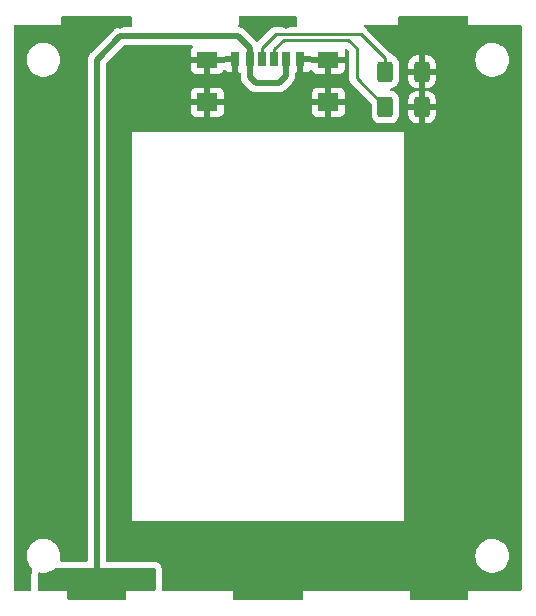
<source format=gtl>
G04 #@! TF.GenerationSoftware,KiCad,Pcbnew,(7.0.0-0)*
G04 #@! TF.CreationDate,2024-03-30T14:09:04+02:00*
G04 #@! TF.ProjectId,radio-battery-replacement,72616469-6f2d-4626-9174-746572792d72,rev?*
G04 #@! TF.SameCoordinates,Original*
G04 #@! TF.FileFunction,Copper,L1,Top*
G04 #@! TF.FilePolarity,Positive*
%FSLAX46Y46*%
G04 Gerber Fmt 4.6, Leading zero omitted, Abs format (unit mm)*
G04 Created by KiCad (PCBNEW (7.0.0-0)) date 2024-03-30 14:09:04*
%MOMM*%
%LPD*%
G01*
G04 APERTURE LIST*
G04 Aperture macros list*
%AMRoundRect*
0 Rectangle with rounded corners*
0 $1 Rounding radius*
0 $2 $3 $4 $5 $6 $7 $8 $9 X,Y pos of 4 corners*
0 Add a 4 corners polygon primitive as box body*
4,1,4,$2,$3,$4,$5,$6,$7,$8,$9,$2,$3,0*
0 Add four circle primitives for the rounded corners*
1,1,$1+$1,$2,$3*
1,1,$1+$1,$4,$5*
1,1,$1+$1,$6,$7*
1,1,$1+$1,$8,$9*
0 Add four rect primitives between the rounded corners*
20,1,$1+$1,$2,$3,$4,$5,0*
20,1,$1+$1,$4,$5,$6,$7,0*
20,1,$1+$1,$6,$7,$8,$9,0*
20,1,$1+$1,$8,$9,$2,$3,0*%
G04 Aperture macros list end*
G04 #@! TA.AperFunction,SMDPad,CuDef*
%ADD10R,0.700000X1.200000*%
G04 #@! TD*
G04 #@! TA.AperFunction,SMDPad,CuDef*
%ADD11R,0.760000X1.200000*%
G04 #@! TD*
G04 #@! TA.AperFunction,SMDPad,CuDef*
%ADD12R,0.800000X1.200000*%
G04 #@! TD*
G04 #@! TA.AperFunction,SMDPad,CuDef*
%ADD13R,1.800000X1.350000*%
G04 #@! TD*
G04 #@! TA.AperFunction,SMDPad,CuDef*
%ADD14R,1.800000X1.500000*%
G04 #@! TD*
G04 #@! TA.AperFunction,SMDPad,CuDef*
%ADD15RoundRect,0.250000X-0.400000X-0.625000X0.400000X-0.625000X0.400000X0.625000X-0.400000X0.625000X0*%
G04 #@! TD*
G04 #@! TA.AperFunction,ViaPad*
%ADD16C,0.800000*%
G04 #@! TD*
G04 #@! TA.AperFunction,Conductor*
%ADD17C,0.250000*%
G04 #@! TD*
G04 #@! TA.AperFunction,Conductor*
%ADD18C,0.500000*%
G04 #@! TD*
G04 APERTURE END LIST*
D10*
X110999999Y-72967499D03*
D11*
X113019999Y-72967499D03*
D12*
X114249999Y-72967499D03*
D10*
X111999999Y-72967499D03*
D11*
X109979999Y-72967499D03*
D12*
X108749999Y-72967499D03*
D13*
X106374999Y-73022499D03*
D14*
X106374999Y-76602499D03*
D13*
X116624999Y-73022499D03*
D14*
X116624999Y-76602499D03*
D15*
X121450000Y-77000000D03*
X124550000Y-77000000D03*
X121450000Y-74000000D03*
X124550000Y-74000000D03*
D16*
X98000000Y-117000000D03*
X99000000Y-117000000D03*
X101000000Y-117000000D03*
X100000000Y-117000000D03*
X111000000Y-118000000D03*
X130000000Y-80000000D03*
X127000000Y-111000000D03*
X113000000Y-70000000D03*
X128000000Y-71000000D03*
X112000000Y-118000000D03*
X125000000Y-118000000D03*
X113000000Y-118000000D03*
X110000000Y-70000000D03*
X92000000Y-77000000D03*
X127000000Y-80000000D03*
X126000000Y-71000000D03*
X95000000Y-70000000D03*
X130000000Y-111000000D03*
X95000000Y-111000000D03*
X109000000Y-77000000D03*
X110000000Y-118000000D03*
X126000000Y-118000000D03*
X92000000Y-111000000D03*
X127000000Y-118000000D03*
X114000000Y-77000000D03*
X95000000Y-77000000D03*
X99000000Y-70000000D03*
D17*
X121450000Y-72868746D02*
X119416608Y-70835354D01*
X111000000Y-72000000D02*
X111000000Y-72967500D01*
X112164646Y-70835354D02*
X111000000Y-72000000D01*
X121450000Y-74000000D02*
X121450000Y-72868746D01*
X119416608Y-70835354D02*
X112164646Y-70835354D01*
D18*
X97000000Y-115000000D02*
X97000000Y-118000000D01*
X113020000Y-72967500D02*
X113020000Y-74398750D01*
X109980000Y-72967500D02*
X109980000Y-71980000D01*
X112418750Y-75000000D02*
X110500000Y-75000000D01*
X109980000Y-74480000D02*
X109980000Y-72967500D01*
X109980000Y-71980000D02*
X109000000Y-71000000D01*
X109000000Y-71000000D02*
X99000000Y-71000000D01*
X113020000Y-74398750D02*
X112418750Y-75000000D01*
X97000000Y-73000000D02*
X97000000Y-115000000D01*
X99000000Y-71000000D02*
X97000000Y-73000000D01*
X110500000Y-75000000D02*
X109980000Y-74480000D01*
D17*
X121450000Y-77000000D02*
X119019533Y-74569533D01*
X118285354Y-71285354D02*
X112832146Y-71285354D01*
X119019533Y-74569533D02*
X119019533Y-72019533D01*
X112000000Y-72117500D02*
X112000000Y-72967500D01*
X119019533Y-72019533D02*
X118285354Y-71285354D01*
X112832146Y-71285354D02*
X112000000Y-72117500D01*
G04 #@! TA.AperFunction,Conductor*
G36*
X101938000Y-116016613D02*
G01*
X101983387Y-116062000D01*
X102000000Y-116124000D01*
X102000000Y-117850500D01*
X101983387Y-117912500D01*
X101938000Y-117957887D01*
X101876000Y-117974500D01*
X99510562Y-117974500D01*
X99504602Y-117973912D01*
X99503960Y-117974039D01*
X99500000Y-117972399D01*
X99494928Y-117974500D01*
X99480483Y-117980483D01*
X99472399Y-118000000D01*
X99474039Y-118003960D01*
X99473912Y-118004601D01*
X99474500Y-118010563D01*
X99474500Y-118600500D01*
X99457887Y-118662500D01*
X99412500Y-118707887D01*
X99350500Y-118724500D01*
X94649500Y-118724500D01*
X94587500Y-118707887D01*
X94542113Y-118662500D01*
X94525500Y-118600500D01*
X94525500Y-118010563D01*
X94526087Y-118004601D01*
X94525959Y-118003961D01*
X94527601Y-118000000D01*
X94519517Y-117980483D01*
X94505072Y-117974500D01*
X94500000Y-117972399D01*
X94496039Y-117974039D01*
X94495397Y-117973912D01*
X94489438Y-117974500D01*
X92124000Y-117974500D01*
X92062000Y-117957887D01*
X92016613Y-117912500D01*
X92000000Y-117850500D01*
X92000000Y-116507798D01*
X92012599Y-116453338D01*
X92047836Y-116409946D01*
X92098550Y-116386438D01*
X92148717Y-116387473D01*
X92148861Y-116386616D01*
X92381880Y-116425500D01*
X92612987Y-116425500D01*
X92618120Y-116425500D01*
X92851139Y-116386616D01*
X93074579Y-116309908D01*
X93282346Y-116197470D01*
X93468773Y-116052368D01*
X93480143Y-116040016D01*
X93521563Y-116010444D01*
X93571373Y-116000000D01*
X101876000Y-116000000D01*
X101938000Y-116016613D01*
G37*
G04 #@! TD.AperFunction*
G04 #@! TA.AperFunction,Conductor*
G36*
X128412500Y-69292113D02*
G01*
X128457887Y-69337500D01*
X128474500Y-69399500D01*
X128474500Y-69989438D01*
X128473912Y-69995397D01*
X128474039Y-69996039D01*
X128472399Y-70000000D01*
X128474500Y-70005072D01*
X128480483Y-70019517D01*
X128500000Y-70027601D01*
X128503961Y-70025959D01*
X128504601Y-70026087D01*
X128510563Y-70025500D01*
X132850500Y-70025500D01*
X132912500Y-70042113D01*
X132957887Y-70087500D01*
X132974500Y-70149500D01*
X132974500Y-117850500D01*
X132957887Y-117912500D01*
X132912500Y-117957887D01*
X132850500Y-117974500D01*
X128510562Y-117974500D01*
X128504602Y-117973912D01*
X128503960Y-117974039D01*
X128500000Y-117972399D01*
X128494928Y-117974500D01*
X128480483Y-117980483D01*
X128472399Y-118000000D01*
X128474039Y-118003960D01*
X128473912Y-118004601D01*
X128474500Y-118010563D01*
X128474500Y-118600500D01*
X128457887Y-118662500D01*
X128412500Y-118707887D01*
X128350500Y-118724500D01*
X123649500Y-118724500D01*
X123587500Y-118707887D01*
X123542113Y-118662500D01*
X123525500Y-118600500D01*
X123525500Y-118010563D01*
X123526087Y-118004601D01*
X123525959Y-118003961D01*
X123527601Y-118000000D01*
X123519517Y-117980483D01*
X123505072Y-117974500D01*
X123500000Y-117972399D01*
X123496039Y-117974039D01*
X123495397Y-117973912D01*
X123489438Y-117974500D01*
X114510562Y-117974500D01*
X114504602Y-117973912D01*
X114503960Y-117974039D01*
X114500000Y-117972399D01*
X114494928Y-117974500D01*
X114480483Y-117980483D01*
X114472399Y-118000000D01*
X114474039Y-118003960D01*
X114473912Y-118004601D01*
X114474500Y-118010563D01*
X114474500Y-118600500D01*
X114457887Y-118662500D01*
X114412500Y-118707887D01*
X114350500Y-118724500D01*
X108649500Y-118724500D01*
X108587500Y-118707887D01*
X108542113Y-118662500D01*
X108525500Y-118600500D01*
X108525500Y-118010563D01*
X108526087Y-118004601D01*
X108525959Y-118003961D01*
X108527601Y-118000000D01*
X108519517Y-117980483D01*
X108505072Y-117974500D01*
X108500000Y-117972399D01*
X108496039Y-117974039D01*
X108495397Y-117973912D01*
X108489438Y-117974500D01*
X102637500Y-117974500D01*
X102575500Y-117957887D01*
X102530113Y-117912500D01*
X102513500Y-117850500D01*
X102513500Y-116128053D01*
X102513500Y-116124000D01*
X102496003Y-115991095D01*
X102479390Y-115929095D01*
X102428091Y-115805249D01*
X102346486Y-115698901D01*
X102301099Y-115653514D01*
X102260158Y-115622098D01*
X102201200Y-115576857D01*
X102201196Y-115576855D01*
X102194751Y-115571909D01*
X102187242Y-115568798D01*
X102187241Y-115568798D01*
X102074660Y-115522165D01*
X102074654Y-115522163D01*
X102070905Y-115520610D01*
X102066984Y-115519559D01*
X102066980Y-115519558D01*
X102012823Y-115505046D01*
X102012810Y-115505043D01*
X102008905Y-115503997D01*
X101993025Y-115501906D01*
X101880020Y-115487029D01*
X101880016Y-115487028D01*
X101876000Y-115486500D01*
X101871947Y-115486500D01*
X97882500Y-115486500D01*
X97820500Y-115469887D01*
X97775113Y-115424500D01*
X97758500Y-115362500D01*
X97758500Y-115000000D01*
X129069615Y-115000000D01*
X129070039Y-115005117D01*
X129088699Y-115230314D01*
X129088700Y-115230322D01*
X129089124Y-115235434D01*
X129090381Y-115240399D01*
X129090383Y-115240409D01*
X129140588Y-115438662D01*
X129147117Y-115464445D01*
X129149177Y-115469141D01*
X129239953Y-115676091D01*
X129239956Y-115676097D01*
X129242014Y-115680788D01*
X129244814Y-115685074D01*
X129244818Y-115685081D01*
X129297758Y-115766111D01*
X129371225Y-115878561D01*
X129374701Y-115882337D01*
X129374705Y-115882342D01*
X129527752Y-116048594D01*
X129527756Y-116048598D01*
X129531227Y-116052368D01*
X129717654Y-116197470D01*
X129925421Y-116309908D01*
X130148861Y-116386616D01*
X130381880Y-116425500D01*
X130612987Y-116425500D01*
X130618120Y-116425500D01*
X130851139Y-116386616D01*
X131074579Y-116309908D01*
X131282346Y-116197470D01*
X131468773Y-116052368D01*
X131628775Y-115878561D01*
X131757986Y-115680788D01*
X131852883Y-115464445D01*
X131910876Y-115235434D01*
X131930385Y-115000000D01*
X131910876Y-114764566D01*
X131852883Y-114535555D01*
X131757986Y-114319212D01*
X131628775Y-114121439D01*
X131625297Y-114117661D01*
X131625294Y-114117657D01*
X131472247Y-113951405D01*
X131472242Y-113951400D01*
X131468773Y-113947632D01*
X131375559Y-113875080D01*
X131286395Y-113805681D01*
X131286391Y-113805678D01*
X131282346Y-113802530D01*
X131277841Y-113800092D01*
X131277838Y-113800090D01*
X131079083Y-113692529D01*
X131079078Y-113692527D01*
X131074579Y-113690092D01*
X131069733Y-113688428D01*
X131069730Y-113688427D01*
X130900107Y-113630195D01*
X130851139Y-113613384D01*
X130846089Y-113612541D01*
X130846080Y-113612539D01*
X130623182Y-113575344D01*
X130623173Y-113575343D01*
X130618120Y-113574500D01*
X130381880Y-113574500D01*
X130376827Y-113575343D01*
X130376817Y-113575344D01*
X130153919Y-113612539D01*
X130153907Y-113612541D01*
X130148861Y-113613384D01*
X130144008Y-113615049D01*
X130144008Y-113615050D01*
X129930269Y-113688427D01*
X129930262Y-113688430D01*
X129925421Y-113690092D01*
X129920925Y-113692524D01*
X129920916Y-113692529D01*
X129722161Y-113800090D01*
X129722152Y-113800095D01*
X129717654Y-113802530D01*
X129713613Y-113805674D01*
X129713604Y-113805681D01*
X129535275Y-113944481D01*
X129531227Y-113947632D01*
X129527762Y-113951394D01*
X129527752Y-113951405D01*
X129374705Y-114117657D01*
X129374696Y-114117668D01*
X129371225Y-114121439D01*
X129368419Y-114125733D01*
X129368415Y-114125739D01*
X129244818Y-114314918D01*
X129244811Y-114314930D01*
X129242014Y-114319212D01*
X129239959Y-114323896D01*
X129239953Y-114323908D01*
X129149177Y-114530858D01*
X129147117Y-114535555D01*
X129145859Y-114540520D01*
X129145858Y-114540525D01*
X129090383Y-114759590D01*
X129090380Y-114759602D01*
X129089124Y-114764566D01*
X129088700Y-114769675D01*
X129088699Y-114769685D01*
X129076961Y-114911344D01*
X129069615Y-115000000D01*
X97758500Y-115000000D01*
X97758500Y-112000000D01*
X99972399Y-112000000D01*
X99974500Y-112005072D01*
X99980483Y-112019517D01*
X100000000Y-112027601D01*
X100003961Y-112025959D01*
X100004601Y-112026087D01*
X100010563Y-112025500D01*
X122989437Y-112025500D01*
X122995398Y-112026087D01*
X122996037Y-112025959D01*
X123000000Y-112027601D01*
X123019517Y-112019517D01*
X123025500Y-112005072D01*
X123027601Y-112000000D01*
X123025959Y-111996037D01*
X123026087Y-111995397D01*
X123025500Y-111989438D01*
X123025500Y-79110563D01*
X123026087Y-79104601D01*
X123025959Y-79103961D01*
X123027601Y-79100000D01*
X123019517Y-79080483D01*
X123005072Y-79074500D01*
X123000000Y-79072399D01*
X122996039Y-79074039D01*
X122995397Y-79073912D01*
X122989438Y-79074500D01*
X100010562Y-79074500D01*
X100004602Y-79073912D01*
X100003960Y-79074039D01*
X100000000Y-79072399D01*
X99994928Y-79074500D01*
X99980483Y-79080483D01*
X99972399Y-79100000D01*
X99974039Y-79103960D01*
X99973912Y-79104601D01*
X99974500Y-79110563D01*
X99974500Y-111989438D01*
X99973912Y-111995397D01*
X99974039Y-111996039D01*
X99972399Y-112000000D01*
X97758500Y-112000000D01*
X97758500Y-77397018D01*
X104975000Y-77397018D01*
X104975353Y-77403614D01*
X104980573Y-77452167D01*
X104984111Y-77467141D01*
X105028547Y-77586277D01*
X105036962Y-77601689D01*
X105112498Y-77702592D01*
X105124907Y-77715001D01*
X105225810Y-77790537D01*
X105241222Y-77798952D01*
X105360358Y-77843388D01*
X105375332Y-77846926D01*
X105423885Y-77852146D01*
X105430482Y-77852500D01*
X106108674Y-77852500D01*
X106121549Y-77849049D01*
X106125000Y-77836174D01*
X106625000Y-77836174D01*
X106628450Y-77849049D01*
X106641326Y-77852500D01*
X107319518Y-77852500D01*
X107326114Y-77852146D01*
X107374667Y-77846926D01*
X107389641Y-77843388D01*
X107508777Y-77798952D01*
X107524189Y-77790537D01*
X107625092Y-77715001D01*
X107637501Y-77702592D01*
X107713037Y-77601689D01*
X107721452Y-77586277D01*
X107765888Y-77467141D01*
X107769426Y-77452167D01*
X107774646Y-77403614D01*
X107775000Y-77397018D01*
X115225000Y-77397018D01*
X115225353Y-77403614D01*
X115230573Y-77452167D01*
X115234111Y-77467141D01*
X115278547Y-77586277D01*
X115286962Y-77601689D01*
X115362498Y-77702592D01*
X115374907Y-77715001D01*
X115475810Y-77790537D01*
X115491222Y-77798952D01*
X115610358Y-77843388D01*
X115625332Y-77846926D01*
X115673885Y-77852146D01*
X115680482Y-77852500D01*
X116358674Y-77852500D01*
X116371549Y-77849049D01*
X116375000Y-77836174D01*
X116875000Y-77836174D01*
X116878450Y-77849049D01*
X116891326Y-77852500D01*
X117569518Y-77852500D01*
X117576114Y-77852146D01*
X117624667Y-77846926D01*
X117639641Y-77843388D01*
X117758777Y-77798952D01*
X117774189Y-77790537D01*
X117875092Y-77715001D01*
X117887501Y-77702592D01*
X117963037Y-77601689D01*
X117971452Y-77586277D01*
X118015888Y-77467141D01*
X118019426Y-77452167D01*
X118024646Y-77403614D01*
X118025000Y-77397018D01*
X118025000Y-76868826D01*
X118021549Y-76855950D01*
X118008674Y-76852500D01*
X116891326Y-76852500D01*
X116878450Y-76855950D01*
X116875000Y-76868826D01*
X116875000Y-77836174D01*
X116375000Y-77836174D01*
X116375000Y-76868826D01*
X116371549Y-76855950D01*
X116358674Y-76852500D01*
X115241326Y-76852500D01*
X115228450Y-76855950D01*
X115225000Y-76868826D01*
X115225000Y-77397018D01*
X107775000Y-77397018D01*
X107775000Y-76868826D01*
X107771549Y-76855950D01*
X107758674Y-76852500D01*
X106641326Y-76852500D01*
X106628450Y-76855950D01*
X106625000Y-76868826D01*
X106625000Y-77836174D01*
X106125000Y-77836174D01*
X106125000Y-76868826D01*
X106121549Y-76855950D01*
X106108674Y-76852500D01*
X104991326Y-76852500D01*
X104978450Y-76855950D01*
X104975000Y-76868826D01*
X104975000Y-77397018D01*
X97758500Y-77397018D01*
X97758500Y-76336174D01*
X104975000Y-76336174D01*
X104978450Y-76349049D01*
X104991326Y-76352500D01*
X106108674Y-76352500D01*
X106121549Y-76349049D01*
X106125000Y-76336174D01*
X106625000Y-76336174D01*
X106628450Y-76349049D01*
X106641326Y-76352500D01*
X107758674Y-76352500D01*
X107771549Y-76349049D01*
X107775000Y-76336174D01*
X115225000Y-76336174D01*
X115228450Y-76349049D01*
X115241326Y-76352500D01*
X116358674Y-76352500D01*
X116371549Y-76349049D01*
X116375000Y-76336174D01*
X116875000Y-76336174D01*
X116878450Y-76349049D01*
X116891326Y-76352500D01*
X118008674Y-76352500D01*
X118021549Y-76349049D01*
X118025000Y-76336174D01*
X118025000Y-75807982D01*
X118024646Y-75801385D01*
X118019426Y-75752832D01*
X118015888Y-75737858D01*
X117971452Y-75618722D01*
X117963037Y-75603310D01*
X117887501Y-75502407D01*
X117875092Y-75489998D01*
X117774189Y-75414462D01*
X117758777Y-75406047D01*
X117639641Y-75361611D01*
X117624667Y-75358073D01*
X117576114Y-75352853D01*
X117569518Y-75352500D01*
X116891326Y-75352500D01*
X116878450Y-75355950D01*
X116875000Y-75368826D01*
X116875000Y-76336174D01*
X116375000Y-76336174D01*
X116375000Y-75368826D01*
X116371549Y-75355950D01*
X116358674Y-75352500D01*
X115680482Y-75352500D01*
X115673885Y-75352853D01*
X115625332Y-75358073D01*
X115610358Y-75361611D01*
X115491222Y-75406047D01*
X115475810Y-75414462D01*
X115374907Y-75489998D01*
X115362498Y-75502407D01*
X115286962Y-75603310D01*
X115278547Y-75618722D01*
X115234111Y-75737858D01*
X115230573Y-75752832D01*
X115225353Y-75801385D01*
X115225000Y-75807982D01*
X115225000Y-76336174D01*
X107775000Y-76336174D01*
X107775000Y-75807982D01*
X107774646Y-75801385D01*
X107769426Y-75752832D01*
X107765888Y-75737858D01*
X107721452Y-75618722D01*
X107713037Y-75603310D01*
X107637501Y-75502407D01*
X107625092Y-75489998D01*
X107524189Y-75414462D01*
X107508777Y-75406047D01*
X107389641Y-75361611D01*
X107374667Y-75358073D01*
X107326114Y-75352853D01*
X107319518Y-75352500D01*
X106641326Y-75352500D01*
X106628450Y-75355950D01*
X106625000Y-75368826D01*
X106625000Y-76336174D01*
X106125000Y-76336174D01*
X106125000Y-75368826D01*
X106121549Y-75355950D01*
X106108674Y-75352500D01*
X105430482Y-75352500D01*
X105423885Y-75352853D01*
X105375332Y-75358073D01*
X105360358Y-75361611D01*
X105241222Y-75406047D01*
X105225810Y-75414462D01*
X105124907Y-75489998D01*
X105112498Y-75502407D01*
X105036962Y-75603310D01*
X105028547Y-75618722D01*
X104984111Y-75737858D01*
X104980573Y-75752832D01*
X104975353Y-75801385D01*
X104975000Y-75807982D01*
X104975000Y-76336174D01*
X97758500Y-76336174D01*
X97758500Y-73742018D01*
X104975000Y-73742018D01*
X104975353Y-73748609D01*
X104980573Y-73797167D01*
X104984111Y-73812141D01*
X105028547Y-73931277D01*
X105036962Y-73946689D01*
X105112498Y-74047592D01*
X105124907Y-74060001D01*
X105225810Y-74135537D01*
X105241222Y-74143952D01*
X105360358Y-74188388D01*
X105375332Y-74191926D01*
X105423885Y-74197146D01*
X105430482Y-74197500D01*
X106108674Y-74197500D01*
X106121549Y-74194049D01*
X106125000Y-74181174D01*
X106625000Y-74181174D01*
X106628450Y-74194049D01*
X106641326Y-74197500D01*
X107319518Y-74197500D01*
X107326114Y-74197146D01*
X107374667Y-74191926D01*
X107389641Y-74188388D01*
X107508777Y-74143952D01*
X107524189Y-74135537D01*
X107625092Y-74060001D01*
X107637501Y-74047592D01*
X107713037Y-73946689D01*
X107721451Y-73931280D01*
X107733972Y-73897709D01*
X107772347Y-73844490D01*
X107832506Y-73818302D01*
X107897606Y-73826478D01*
X107949422Y-73866729D01*
X107987498Y-73917592D01*
X107999907Y-73930001D01*
X108100810Y-74005537D01*
X108116222Y-74013952D01*
X108235358Y-74058388D01*
X108250332Y-74061926D01*
X108298885Y-74067146D01*
X108305482Y-74067500D01*
X108483674Y-74067500D01*
X108496549Y-74064049D01*
X108500000Y-74051174D01*
X108500000Y-73233826D01*
X108496549Y-73220950D01*
X108483674Y-73217500D01*
X107866326Y-73217500D01*
X107852186Y-73221288D01*
X107837294Y-73236181D01*
X107797066Y-73263061D01*
X107749613Y-73272500D01*
X106641326Y-73272500D01*
X106628450Y-73275950D01*
X106625000Y-73288826D01*
X106625000Y-74181174D01*
X106125000Y-74181174D01*
X106125000Y-73288826D01*
X106121549Y-73275950D01*
X106108674Y-73272500D01*
X104991326Y-73272500D01*
X104978450Y-73275950D01*
X104975000Y-73288826D01*
X104975000Y-73742018D01*
X97758500Y-73742018D01*
X97758500Y-73365543D01*
X97767939Y-73318090D01*
X97794819Y-73277862D01*
X99277862Y-71794819D01*
X99318090Y-71767939D01*
X99365543Y-71758500D01*
X105054913Y-71758500D01*
X105114339Y-71773668D01*
X105159228Y-71815460D01*
X105178597Y-71873653D01*
X105167708Y-71934010D01*
X105129225Y-71981766D01*
X105124908Y-71984997D01*
X105112498Y-71997407D01*
X105036962Y-72098310D01*
X105028547Y-72113722D01*
X104984111Y-72232858D01*
X104980573Y-72247832D01*
X104975353Y-72296385D01*
X104975000Y-72302982D01*
X104975000Y-72756174D01*
X104978450Y-72769049D01*
X104991326Y-72772500D01*
X107758674Y-72772500D01*
X107772813Y-72768711D01*
X107787706Y-72753819D01*
X107827934Y-72726939D01*
X107875387Y-72717500D01*
X108876000Y-72717500D01*
X108938000Y-72734113D01*
X108983387Y-72779500D01*
X109000000Y-72841500D01*
X109000000Y-74051174D01*
X109003450Y-74064049D01*
X109016326Y-74067500D01*
X109097500Y-74067500D01*
X109159500Y-74084113D01*
X109204887Y-74129500D01*
X109221500Y-74191500D01*
X109221500Y-74415705D01*
X109220190Y-74433677D01*
X109216659Y-74457789D01*
X109217288Y-74464980D01*
X109217288Y-74464986D01*
X109221028Y-74507725D01*
X109221500Y-74518533D01*
X109221500Y-74524180D01*
X109221916Y-74527739D01*
X109221917Y-74527756D01*
X109225139Y-74555321D01*
X109225505Y-74558905D01*
X109231484Y-74627238D01*
X109232113Y-74634426D01*
X109234381Y-74641273D01*
X109235143Y-74644962D01*
X109235168Y-74645121D01*
X109235220Y-74645302D01*
X109236081Y-74648937D01*
X109236921Y-74656113D01*
X109239391Y-74662900D01*
X109239392Y-74662903D01*
X109262854Y-74727367D01*
X109264038Y-74730771D01*
X109285615Y-74795885D01*
X109287886Y-74802738D01*
X109291675Y-74808881D01*
X109293255Y-74812269D01*
X109293328Y-74812446D01*
X109293417Y-74812605D01*
X109295095Y-74815946D01*
X109297565Y-74822732D01*
X109314905Y-74849096D01*
X109339245Y-74886103D01*
X109341178Y-74889138D01*
X109380970Y-74953651D01*
X109386080Y-74958761D01*
X109388385Y-74961676D01*
X109388502Y-74961838D01*
X109388621Y-74961968D01*
X109391027Y-74964836D01*
X109394999Y-74970874D01*
X109400254Y-74975831D01*
X109400255Y-74975833D01*
X109450173Y-75022928D01*
X109452760Y-75025441D01*
X109918195Y-75490876D01*
X109929973Y-75504503D01*
X109944531Y-75524058D01*
X109950067Y-75528703D01*
X109982932Y-75556280D01*
X109990907Y-75563588D01*
X109994899Y-75567580D01*
X110019505Y-75587036D01*
X110022274Y-75589293D01*
X110080360Y-75638032D01*
X110086818Y-75641275D01*
X110089927Y-75643320D01*
X110090092Y-75643439D01*
X110090251Y-75643528D01*
X110093432Y-75645490D01*
X110099094Y-75649967D01*
X110105635Y-75653017D01*
X110167810Y-75682010D01*
X110171054Y-75683580D01*
X110238812Y-75717609D01*
X110245841Y-75719274D01*
X110249321Y-75720541D01*
X110249517Y-75720622D01*
X110249700Y-75720674D01*
X110253243Y-75721848D01*
X110259794Y-75724903D01*
X110334165Y-75740259D01*
X110337528Y-75741005D01*
X110411344Y-75758500D01*
X110418575Y-75758500D01*
X110422271Y-75758932D01*
X110422468Y-75758963D01*
X110422653Y-75758972D01*
X110426365Y-75759296D01*
X110433442Y-75760758D01*
X110509273Y-75758551D01*
X110512879Y-75758500D01*
X112354455Y-75758500D01*
X112372427Y-75759809D01*
X112396539Y-75763341D01*
X112446477Y-75758971D01*
X112457283Y-75758500D01*
X112459321Y-75758500D01*
X112462930Y-75758500D01*
X112494120Y-75754853D01*
X112497601Y-75754498D01*
X112573176Y-75747887D01*
X112580040Y-75745612D01*
X112583674Y-75744862D01*
X112583869Y-75744830D01*
X112584058Y-75744777D01*
X112587680Y-75743918D01*
X112594863Y-75743079D01*
X112666143Y-75717134D01*
X112669459Y-75715981D01*
X112741488Y-75692114D01*
X112747636Y-75688320D01*
X112751001Y-75686752D01*
X112751188Y-75686674D01*
X112751368Y-75686574D01*
X112754684Y-75684908D01*
X112761482Y-75682435D01*
X112824853Y-75640753D01*
X112827860Y-75638837D01*
X112892401Y-75599030D01*
X112897513Y-75593916D01*
X112900422Y-75591617D01*
X112900593Y-75591493D01*
X112900740Y-75591359D01*
X112903582Y-75588974D01*
X112909624Y-75585001D01*
X112961713Y-75529788D01*
X112964158Y-75527271D01*
X113510880Y-74980549D01*
X113524506Y-74968773D01*
X113544058Y-74954219D01*
X113576278Y-74915818D01*
X113583594Y-74907837D01*
X113584209Y-74907221D01*
X113587581Y-74903850D01*
X113607047Y-74879229D01*
X113609295Y-74876471D01*
X113658032Y-74818390D01*
X113661277Y-74811927D01*
X113663315Y-74808829D01*
X113663435Y-74808662D01*
X113663531Y-74808491D01*
X113665484Y-74805323D01*
X113669967Y-74799655D01*
X113702034Y-74730885D01*
X113703549Y-74727754D01*
X113737609Y-74659938D01*
X113739275Y-74652904D01*
X113740541Y-74649427D01*
X113740622Y-74649230D01*
X113740677Y-74649038D01*
X113741845Y-74645510D01*
X113744903Y-74638956D01*
X113760244Y-74564655D01*
X113761021Y-74561151D01*
X113778500Y-74487406D01*
X113778500Y-74480184D01*
X113778932Y-74476490D01*
X113778964Y-74476290D01*
X113778972Y-74476112D01*
X113779298Y-74472381D01*
X113780759Y-74465308D01*
X113778552Y-74389457D01*
X113778500Y-74385851D01*
X113778500Y-74191500D01*
X113795113Y-74129500D01*
X113840500Y-74084113D01*
X113902500Y-74067500D01*
X113983674Y-74067500D01*
X113996549Y-74064049D01*
X114000000Y-74051174D01*
X114500000Y-74051174D01*
X114503450Y-74064049D01*
X114516326Y-74067500D01*
X114694518Y-74067500D01*
X114701114Y-74067146D01*
X114749667Y-74061926D01*
X114764641Y-74058388D01*
X114883777Y-74013952D01*
X114899189Y-74005537D01*
X115000092Y-73930001D01*
X115012503Y-73917590D01*
X115050577Y-73866730D01*
X115102391Y-73826479D01*
X115167491Y-73818302D01*
X115227650Y-73844489D01*
X115266026Y-73897707D01*
X115278547Y-73931277D01*
X115286962Y-73946689D01*
X115362498Y-74047592D01*
X115374907Y-74060001D01*
X115475810Y-74135537D01*
X115491222Y-74143952D01*
X115610358Y-74188388D01*
X115625332Y-74191926D01*
X115673885Y-74197146D01*
X115680482Y-74197500D01*
X116358674Y-74197500D01*
X116371549Y-74194049D01*
X116375000Y-74181174D01*
X116875000Y-74181174D01*
X116878450Y-74194049D01*
X116891326Y-74197500D01*
X117569518Y-74197500D01*
X117576114Y-74197146D01*
X117624667Y-74191926D01*
X117639641Y-74188388D01*
X117758777Y-74143952D01*
X117774189Y-74135537D01*
X117875092Y-74060001D01*
X117887501Y-74047592D01*
X117963037Y-73946689D01*
X117971452Y-73931277D01*
X118015888Y-73812141D01*
X118019426Y-73797167D01*
X118024647Y-73748609D01*
X118025000Y-73742018D01*
X118025000Y-73288826D01*
X118021549Y-73275950D01*
X118008674Y-73272500D01*
X116891326Y-73272500D01*
X116878450Y-73275950D01*
X116875000Y-73288826D01*
X116875000Y-74181174D01*
X116375000Y-74181174D01*
X116375000Y-73288826D01*
X116371549Y-73275950D01*
X116358674Y-73272500D01*
X115250387Y-73272500D01*
X115202934Y-73263061D01*
X115162706Y-73236181D01*
X115147813Y-73221288D01*
X115133674Y-73217500D01*
X114516326Y-73217500D01*
X114503450Y-73220950D01*
X114500000Y-73233826D01*
X114500000Y-74051174D01*
X114000000Y-74051174D01*
X114000000Y-72841500D01*
X114016613Y-72779500D01*
X114062000Y-72734113D01*
X114124000Y-72717500D01*
X115124613Y-72717500D01*
X115172066Y-72726939D01*
X115212294Y-72753819D01*
X115227186Y-72768711D01*
X115241326Y-72772500D01*
X118008674Y-72772500D01*
X118021549Y-72769049D01*
X118025000Y-72756174D01*
X118025000Y-72302982D01*
X118024646Y-72296385D01*
X118019426Y-72247832D01*
X118016968Y-72237428D01*
X118018667Y-72173976D01*
X118051541Y-72119678D01*
X118106978Y-72088762D01*
X118170450Y-72089328D01*
X118225322Y-72121226D01*
X118349716Y-72245621D01*
X118376594Y-72285847D01*
X118386033Y-72333300D01*
X118386033Y-74490687D01*
X118385501Y-74501970D01*
X118383831Y-74509442D01*
X118384076Y-74517238D01*
X118384076Y-74517240D01*
X118385972Y-74577550D01*
X118386033Y-74581446D01*
X118386033Y-74609389D01*
X118386521Y-74613254D01*
X118386522Y-74613265D01*
X118386552Y-74613503D01*
X118387467Y-74625129D01*
X118388614Y-74661629D01*
X118388615Y-74661636D01*
X118388860Y-74669422D01*
X118391033Y-74676903D01*
X118391035Y-74676913D01*
X118394555Y-74689028D01*
X118398500Y-74708075D01*
X118401059Y-74728330D01*
X118403928Y-74735578D01*
X118403931Y-74735587D01*
X118417371Y-74769534D01*
X118421154Y-74780581D01*
X118433515Y-74823126D01*
X118437486Y-74829841D01*
X118437487Y-74829843D01*
X118443908Y-74840701D01*
X118452463Y-74858164D01*
X118459981Y-74877150D01*
X118464563Y-74883457D01*
X118464564Y-74883458D01*
X118486024Y-74912995D01*
X118492438Y-74922760D01*
X118511018Y-74954177D01*
X118514991Y-74960895D01*
X118520509Y-74966413D01*
X118529422Y-74975326D01*
X118542058Y-74990121D01*
X118549471Y-75000324D01*
X118549476Y-75000329D01*
X118554061Y-75006640D01*
X118573750Y-75022928D01*
X118588200Y-75034882D01*
X118596841Y-75042745D01*
X120255181Y-76701085D01*
X120282061Y-76741313D01*
X120291500Y-76788766D01*
X120291500Y-77672395D01*
X120291500Y-77672414D01*
X120291501Y-77675544D01*
X120291819Y-77678657D01*
X120291820Y-77678676D01*
X120301248Y-77770959D01*
X120302113Y-77779426D01*
X120304244Y-77785857D01*
X120355611Y-77940877D01*
X120355612Y-77940880D01*
X120357885Y-77947738D01*
X120361674Y-77953881D01*
X120361677Y-77953887D01*
X120418992Y-78046809D01*
X120450970Y-78098652D01*
X120576348Y-78224030D01*
X120675419Y-78285137D01*
X120721112Y-78313322D01*
X120721114Y-78313323D01*
X120727262Y-78317115D01*
X120895574Y-78372887D01*
X120999455Y-78383500D01*
X121900544Y-78383499D01*
X122004426Y-78372887D01*
X122172738Y-78317115D01*
X122323652Y-78224030D01*
X122449030Y-78098652D01*
X122542115Y-77947738D01*
X122597887Y-77779426D01*
X122608500Y-77675545D01*
X122608500Y-77671829D01*
X123400001Y-77671829D01*
X123400321Y-77678111D01*
X123409805Y-77770959D01*
X123412623Y-77784122D01*
X123463370Y-77937267D01*
X123469432Y-77950266D01*
X123553890Y-78087194D01*
X123562794Y-78098455D01*
X123676544Y-78212205D01*
X123687805Y-78221109D01*
X123824733Y-78305567D01*
X123837732Y-78311629D01*
X123990874Y-78362375D01*
X124004041Y-78365194D01*
X124096890Y-78374680D01*
X124103168Y-78375000D01*
X124283674Y-78375000D01*
X124296549Y-78371549D01*
X124300000Y-78358674D01*
X124300000Y-78358673D01*
X124800000Y-78358673D01*
X124803450Y-78371548D01*
X124816326Y-78374999D01*
X124996829Y-78374999D01*
X125003111Y-78374678D01*
X125095959Y-78365194D01*
X125109122Y-78362376D01*
X125262267Y-78311629D01*
X125275266Y-78305567D01*
X125412194Y-78221109D01*
X125423455Y-78212205D01*
X125537205Y-78098455D01*
X125546109Y-78087194D01*
X125630567Y-77950266D01*
X125636629Y-77937267D01*
X125687375Y-77784125D01*
X125690194Y-77770958D01*
X125699680Y-77678109D01*
X125700000Y-77671832D01*
X125700000Y-77266326D01*
X125696549Y-77253450D01*
X125683674Y-77250000D01*
X124816326Y-77250000D01*
X124803450Y-77253450D01*
X124800000Y-77266326D01*
X124800000Y-78358673D01*
X124300000Y-78358673D01*
X124300000Y-77266326D01*
X124296549Y-77253450D01*
X124283674Y-77250000D01*
X123416327Y-77250000D01*
X123403451Y-77253450D01*
X123400001Y-77266326D01*
X123400001Y-77671829D01*
X122608500Y-77671829D01*
X122608499Y-76733674D01*
X123400000Y-76733674D01*
X123403450Y-76746549D01*
X123416326Y-76750000D01*
X124283674Y-76750000D01*
X124296549Y-76746549D01*
X124300000Y-76733674D01*
X124800000Y-76733674D01*
X124803450Y-76746549D01*
X124816326Y-76750000D01*
X125683673Y-76750000D01*
X125696548Y-76746549D01*
X125699999Y-76733674D01*
X125699999Y-76328171D01*
X125699678Y-76321888D01*
X125690194Y-76229040D01*
X125687376Y-76215877D01*
X125636629Y-76062732D01*
X125630567Y-76049733D01*
X125546109Y-75912805D01*
X125537205Y-75901544D01*
X125423455Y-75787794D01*
X125412194Y-75778890D01*
X125275266Y-75694432D01*
X125262267Y-75688370D01*
X125109125Y-75637624D01*
X125095958Y-75634805D01*
X125003109Y-75625319D01*
X124996832Y-75625000D01*
X124816326Y-75625000D01*
X124803450Y-75628450D01*
X124800000Y-75641326D01*
X124800000Y-76733674D01*
X124300000Y-76733674D01*
X124300000Y-75641327D01*
X124296549Y-75628451D01*
X124283674Y-75625001D01*
X124103171Y-75625001D01*
X124096888Y-75625321D01*
X124004040Y-75634805D01*
X123990877Y-75637623D01*
X123837732Y-75688370D01*
X123824733Y-75694432D01*
X123687805Y-75778890D01*
X123676544Y-75787794D01*
X123562794Y-75901544D01*
X123553890Y-75912805D01*
X123469432Y-76049733D01*
X123463370Y-76062732D01*
X123412624Y-76215874D01*
X123409805Y-76229041D01*
X123400319Y-76321890D01*
X123400000Y-76328168D01*
X123400000Y-76733674D01*
X122608499Y-76733674D01*
X122608499Y-76324456D01*
X122597887Y-76220574D01*
X122542115Y-76052262D01*
X122449030Y-75901348D01*
X122323652Y-75775970D01*
X122271809Y-75743992D01*
X122178887Y-75686677D01*
X122178881Y-75686674D01*
X122172738Y-75682885D01*
X122165880Y-75680612D01*
X122165877Y-75680611D01*
X122010850Y-75629241D01*
X122010844Y-75629239D01*
X122004426Y-75627113D01*
X121997697Y-75626425D01*
X121997695Y-75626425D01*
X121967667Y-75623357D01*
X121911129Y-75602932D01*
X121870842Y-75558317D01*
X121856272Y-75499996D01*
X121870845Y-75441675D01*
X121911135Y-75397062D01*
X121967671Y-75376641D01*
X122004426Y-75372887D01*
X122172738Y-75317115D01*
X122323652Y-75224030D01*
X122449030Y-75098652D01*
X122542115Y-74947738D01*
X122597887Y-74779426D01*
X122608500Y-74675545D01*
X122608500Y-74671829D01*
X123400001Y-74671829D01*
X123400321Y-74678111D01*
X123409805Y-74770959D01*
X123412623Y-74784122D01*
X123463370Y-74937267D01*
X123469432Y-74950266D01*
X123553890Y-75087194D01*
X123562794Y-75098455D01*
X123676544Y-75212205D01*
X123687805Y-75221109D01*
X123824733Y-75305567D01*
X123837732Y-75311629D01*
X123990874Y-75362375D01*
X124004041Y-75365194D01*
X124096890Y-75374680D01*
X124103168Y-75375000D01*
X124283674Y-75375000D01*
X124296549Y-75371549D01*
X124300000Y-75358674D01*
X124300000Y-75358673D01*
X124800000Y-75358673D01*
X124803450Y-75371548D01*
X124816326Y-75374999D01*
X124996829Y-75374999D01*
X125003111Y-75374678D01*
X125095959Y-75365194D01*
X125109122Y-75362376D01*
X125262267Y-75311629D01*
X125275266Y-75305567D01*
X125412194Y-75221109D01*
X125423455Y-75212205D01*
X125537205Y-75098455D01*
X125546109Y-75087194D01*
X125630567Y-74950266D01*
X125636629Y-74937267D01*
X125687375Y-74784125D01*
X125690194Y-74770958D01*
X125699680Y-74678109D01*
X125700000Y-74671832D01*
X125700000Y-74266326D01*
X125696549Y-74253450D01*
X125683674Y-74250000D01*
X124816326Y-74250000D01*
X124803450Y-74253450D01*
X124800000Y-74266326D01*
X124800000Y-75358673D01*
X124300000Y-75358673D01*
X124300000Y-74266326D01*
X124296549Y-74253450D01*
X124283674Y-74250000D01*
X123416327Y-74250000D01*
X123403451Y-74253450D01*
X123400001Y-74266326D01*
X123400001Y-74671829D01*
X122608500Y-74671829D01*
X122608499Y-73733674D01*
X123400000Y-73733674D01*
X123403450Y-73746549D01*
X123416326Y-73750000D01*
X124283674Y-73750000D01*
X124296549Y-73746549D01*
X124300000Y-73733674D01*
X124800000Y-73733674D01*
X124803450Y-73746549D01*
X124816326Y-73750000D01*
X125683673Y-73750000D01*
X125696548Y-73746549D01*
X125699999Y-73733674D01*
X125699999Y-73328171D01*
X125699678Y-73321888D01*
X125690194Y-73229040D01*
X125687376Y-73215877D01*
X125636629Y-73062732D01*
X125630567Y-73049733D01*
X125599891Y-73000000D01*
X129069615Y-73000000D01*
X129070039Y-73005117D01*
X129088699Y-73230314D01*
X129088700Y-73230322D01*
X129089124Y-73235434D01*
X129090381Y-73240399D01*
X129090383Y-73240409D01*
X129142522Y-73446299D01*
X129147117Y-73464445D01*
X129149177Y-73469141D01*
X129239953Y-73676091D01*
X129239956Y-73676097D01*
X129242014Y-73680788D01*
X129244814Y-73685074D01*
X129244818Y-73685081D01*
X129337198Y-73826479D01*
X129371225Y-73878561D01*
X129374701Y-73882337D01*
X129374705Y-73882342D01*
X129527752Y-74048594D01*
X129527756Y-74048598D01*
X129531227Y-74052368D01*
X129572599Y-74084569D01*
X129713258Y-74194049D01*
X129717654Y-74197470D01*
X129925421Y-74309908D01*
X130148861Y-74386616D01*
X130381880Y-74425500D01*
X130612987Y-74425500D01*
X130618120Y-74425500D01*
X130851139Y-74386616D01*
X131074579Y-74309908D01*
X131282346Y-74197470D01*
X131468773Y-74052368D01*
X131628775Y-73878561D01*
X131757986Y-73680788D01*
X131852883Y-73464445D01*
X131910876Y-73235434D01*
X131930385Y-73000000D01*
X131910876Y-72764566D01*
X131852883Y-72535555D01*
X131757986Y-72319212D01*
X131747382Y-72302982D01*
X131658363Y-72166727D01*
X131628775Y-72121439D01*
X131625297Y-72117661D01*
X131625294Y-72117657D01*
X131472247Y-71951405D01*
X131472242Y-71951400D01*
X131468773Y-71947632D01*
X131373725Y-71873653D01*
X131286395Y-71805681D01*
X131286391Y-71805678D01*
X131282346Y-71802530D01*
X131277841Y-71800092D01*
X131277838Y-71800090D01*
X131079083Y-71692529D01*
X131079078Y-71692527D01*
X131074579Y-71690092D01*
X131069733Y-71688428D01*
X131069730Y-71688427D01*
X130900107Y-71630195D01*
X130851139Y-71613384D01*
X130846089Y-71612541D01*
X130846080Y-71612539D01*
X130623182Y-71575344D01*
X130623173Y-71575343D01*
X130618120Y-71574500D01*
X130381880Y-71574500D01*
X130376827Y-71575343D01*
X130376817Y-71575344D01*
X130153919Y-71612539D01*
X130153907Y-71612541D01*
X130148861Y-71613384D01*
X130144008Y-71615049D01*
X130144008Y-71615050D01*
X129930269Y-71688427D01*
X129930262Y-71688430D01*
X129925421Y-71690092D01*
X129920925Y-71692524D01*
X129920916Y-71692529D01*
X129722161Y-71800090D01*
X129722152Y-71800095D01*
X129717654Y-71802530D01*
X129713613Y-71805674D01*
X129713604Y-71805681D01*
X129548727Y-71934011D01*
X129531227Y-71947632D01*
X129527762Y-71951394D01*
X129527752Y-71951405D01*
X129374705Y-72117657D01*
X129374696Y-72117668D01*
X129371225Y-72121439D01*
X129368419Y-72125733D01*
X129368415Y-72125739D01*
X129244818Y-72314918D01*
X129244811Y-72314930D01*
X129242014Y-72319212D01*
X129239959Y-72323896D01*
X129239953Y-72323908D01*
X129149177Y-72530858D01*
X129147117Y-72535555D01*
X129145859Y-72540520D01*
X129145858Y-72540525D01*
X129090383Y-72759590D01*
X129090380Y-72759602D01*
X129089124Y-72764566D01*
X129088700Y-72769675D01*
X129088699Y-72769685D01*
X129075130Y-72933442D01*
X129069615Y-73000000D01*
X125599891Y-73000000D01*
X125546109Y-72912805D01*
X125537205Y-72901544D01*
X125423455Y-72787794D01*
X125412194Y-72778890D01*
X125275266Y-72694432D01*
X125262267Y-72688370D01*
X125109125Y-72637624D01*
X125095958Y-72634805D01*
X125003109Y-72625319D01*
X124996832Y-72625000D01*
X124816326Y-72625000D01*
X124803450Y-72628450D01*
X124800000Y-72641326D01*
X124800000Y-73733674D01*
X124300000Y-73733674D01*
X124300000Y-72641327D01*
X124296549Y-72628451D01*
X124283674Y-72625001D01*
X124103171Y-72625001D01*
X124096888Y-72625321D01*
X124004040Y-72634805D01*
X123990877Y-72637623D01*
X123837732Y-72688370D01*
X123824733Y-72694432D01*
X123687805Y-72778890D01*
X123676544Y-72787794D01*
X123562794Y-72901544D01*
X123553890Y-72912805D01*
X123469432Y-73049733D01*
X123463370Y-73062732D01*
X123412624Y-73215874D01*
X123409805Y-73229041D01*
X123400319Y-73321890D01*
X123400000Y-73328168D01*
X123400000Y-73733674D01*
X122608499Y-73733674D01*
X122608499Y-73324456D01*
X122597887Y-73220574D01*
X122542115Y-73052262D01*
X122449030Y-72901348D01*
X122323652Y-72775970D01*
X122172738Y-72682885D01*
X122165886Y-72680614D01*
X122165883Y-72680613D01*
X122096600Y-72657655D01*
X122057791Y-72636495D01*
X122028873Y-72603071D01*
X122025619Y-72597569D01*
X122017065Y-72580105D01*
X122012425Y-72568386D01*
X122009552Y-72561129D01*
X121983512Y-72525288D01*
X121977098Y-72515524D01*
X121954542Y-72477384D01*
X121940107Y-72462949D01*
X121927470Y-72448153D01*
X121921703Y-72440216D01*
X121915472Y-72431639D01*
X121909460Y-72426666D01*
X121909457Y-72426662D01*
X121881325Y-72403389D01*
X121872685Y-72395527D01*
X119920305Y-70443146D01*
X119912708Y-70434798D01*
X119908608Y-70428336D01*
X119902922Y-70422996D01*
X119902920Y-70422994D01*
X119858939Y-70381694D01*
X119856142Y-70378983D01*
X119839135Y-70361976D01*
X119836378Y-70359219D01*
X119833094Y-70356671D01*
X119824232Y-70349100D01*
X119797617Y-70324108D01*
X119797611Y-70324103D01*
X119791929Y-70318768D01*
X119785096Y-70315012D01*
X119785090Y-70315007D01*
X119774037Y-70308930D01*
X119757782Y-70298253D01*
X119747817Y-70290524D01*
X119747814Y-70290522D01*
X119741649Y-70285740D01*
X119705095Y-70269922D01*
X119700984Y-70268143D01*
X119690494Y-70263004D01*
X119683920Y-70259390D01*
X119681687Y-70258162D01*
X119635091Y-70213292D01*
X119617434Y-70151059D01*
X119633521Y-70088402D01*
X119678974Y-70042374D01*
X119741424Y-70025500D01*
X122489437Y-70025500D01*
X122495398Y-70026087D01*
X122496037Y-70025959D01*
X122500000Y-70027601D01*
X122519517Y-70019517D01*
X122525500Y-70005072D01*
X122527601Y-70000000D01*
X122525959Y-69996037D01*
X122526087Y-69995397D01*
X122525500Y-69989438D01*
X122525500Y-69399500D01*
X122542113Y-69337500D01*
X122587500Y-69292113D01*
X122649500Y-69275500D01*
X128350500Y-69275500D01*
X128412500Y-69292113D01*
G37*
G04 #@! TD.AperFunction*
G04 #@! TA.AperFunction,Conductor*
G36*
X99912500Y-69292113D02*
G01*
X99957887Y-69337500D01*
X99974500Y-69399500D01*
X99974500Y-69989438D01*
X99973912Y-69995397D01*
X99974039Y-69996039D01*
X99972399Y-70000000D01*
X99974500Y-70005072D01*
X99980483Y-70019517D01*
X99984443Y-70021157D01*
X99988465Y-70027176D01*
X100018704Y-70061203D01*
X100032124Y-70122366D01*
X100013948Y-70182289D01*
X99968810Y-70225689D01*
X99908220Y-70241500D01*
X99064295Y-70241500D01*
X99046323Y-70240191D01*
X99040056Y-70239273D01*
X99022211Y-70236659D01*
X99015019Y-70237288D01*
X99015013Y-70237288D01*
X98977121Y-70240603D01*
X98972272Y-70241028D01*
X98961467Y-70241500D01*
X98955820Y-70241500D01*
X98952261Y-70241915D01*
X98952243Y-70241917D01*
X98924678Y-70245139D01*
X98921094Y-70245505D01*
X98852762Y-70251483D01*
X98852753Y-70251484D01*
X98845573Y-70252113D01*
X98838728Y-70254380D01*
X98835043Y-70255142D01*
X98834874Y-70255169D01*
X98834681Y-70255224D01*
X98831056Y-70256082D01*
X98823887Y-70256921D01*
X98817107Y-70259388D01*
X98817101Y-70259390D01*
X98752604Y-70282864D01*
X98749202Y-70284046D01*
X98684117Y-70305614D01*
X98684114Y-70305615D01*
X98677262Y-70307886D01*
X98671119Y-70311674D01*
X98667721Y-70313259D01*
X98667548Y-70313330D01*
X98667402Y-70313412D01*
X98664044Y-70315098D01*
X98657268Y-70317565D01*
X98651244Y-70321526D01*
X98651234Y-70321532D01*
X98593900Y-70359241D01*
X98590860Y-70361178D01*
X98532495Y-70397178D01*
X98532488Y-70397183D01*
X98526349Y-70400970D01*
X98521248Y-70406070D01*
X98518304Y-70408398D01*
X98518157Y-70408504D01*
X98518035Y-70408616D01*
X98515152Y-70411034D01*
X98509126Y-70414999D01*
X98504176Y-70420245D01*
X98504173Y-70420248D01*
X98457053Y-70470191D01*
X98454541Y-70472776D01*
X96509123Y-72418194D01*
X96495495Y-72429972D01*
X96481735Y-72440216D01*
X96481724Y-72440225D01*
X96475942Y-72444531D01*
X96471307Y-72450053D01*
X96471298Y-72450063D01*
X96443715Y-72482935D01*
X96436419Y-72490898D01*
X96434975Y-72492341D01*
X96434953Y-72492365D01*
X96432420Y-72494899D01*
X96430194Y-72497713D01*
X96430186Y-72497723D01*
X96412982Y-72519480D01*
X96410710Y-72522268D01*
X96366608Y-72574828D01*
X96366601Y-72574837D01*
X96361968Y-72580360D01*
X96358732Y-72586801D01*
X96356664Y-72589946D01*
X96356568Y-72590078D01*
X96356481Y-72590235D01*
X96354508Y-72593432D01*
X96350033Y-72599094D01*
X96346982Y-72605635D01*
X96346981Y-72605638D01*
X96317982Y-72667825D01*
X96316427Y-72671037D01*
X96282391Y-72738812D01*
X96280727Y-72745828D01*
X96279446Y-72749350D01*
X96279376Y-72749518D01*
X96279328Y-72749689D01*
X96278147Y-72753252D01*
X96275097Y-72759794D01*
X96273638Y-72766857D01*
X96273636Y-72766865D01*
X96259759Y-72834072D01*
X96258979Y-72837592D01*
X96243823Y-72901544D01*
X96241500Y-72911344D01*
X96241500Y-72918557D01*
X96241067Y-72922261D01*
X96241036Y-72922453D01*
X96241028Y-72922638D01*
X96240701Y-72926370D01*
X96239241Y-72933442D01*
X96239450Y-72940649D01*
X96239450Y-72940658D01*
X96241448Y-73009293D01*
X96241500Y-73012899D01*
X96241500Y-115362500D01*
X96224887Y-115424500D01*
X96179500Y-115469887D01*
X96117500Y-115486500D01*
X94006613Y-115486500D01*
X93952153Y-115473900D01*
X93908760Y-115438662D01*
X93885252Y-115387947D01*
X93886407Y-115332060D01*
X93909616Y-115240408D01*
X93910876Y-115235434D01*
X93930385Y-115000000D01*
X93910876Y-114764566D01*
X93852883Y-114535555D01*
X93757986Y-114319212D01*
X93628775Y-114121439D01*
X93625297Y-114117661D01*
X93625294Y-114117657D01*
X93472247Y-113951405D01*
X93472242Y-113951400D01*
X93468773Y-113947632D01*
X93375559Y-113875080D01*
X93286395Y-113805681D01*
X93286391Y-113805678D01*
X93282346Y-113802530D01*
X93277841Y-113800092D01*
X93277838Y-113800090D01*
X93079083Y-113692529D01*
X93079078Y-113692527D01*
X93074579Y-113690092D01*
X93069733Y-113688428D01*
X93069730Y-113688427D01*
X92900107Y-113630195D01*
X92851139Y-113613384D01*
X92846089Y-113612541D01*
X92846080Y-113612539D01*
X92623182Y-113575344D01*
X92623173Y-113575343D01*
X92618120Y-113574500D01*
X92381880Y-113574500D01*
X92376827Y-113575343D01*
X92376817Y-113575344D01*
X92153919Y-113612539D01*
X92153907Y-113612541D01*
X92148861Y-113613384D01*
X92144008Y-113615049D01*
X92144008Y-113615050D01*
X91930269Y-113688427D01*
X91930262Y-113688430D01*
X91925421Y-113690092D01*
X91920925Y-113692524D01*
X91920916Y-113692529D01*
X91722161Y-113800090D01*
X91722152Y-113800095D01*
X91717654Y-113802530D01*
X91713613Y-113805674D01*
X91713604Y-113805681D01*
X91535275Y-113944481D01*
X91531227Y-113947632D01*
X91527762Y-113951394D01*
X91527752Y-113951405D01*
X91374705Y-114117657D01*
X91374696Y-114117668D01*
X91371225Y-114121439D01*
X91368419Y-114125733D01*
X91368415Y-114125739D01*
X91244818Y-114314918D01*
X91244811Y-114314930D01*
X91242014Y-114319212D01*
X91239959Y-114323896D01*
X91239953Y-114323908D01*
X91149177Y-114530858D01*
X91147117Y-114535555D01*
X91145859Y-114540520D01*
X91145858Y-114540525D01*
X91090383Y-114759590D01*
X91090380Y-114759602D01*
X91089124Y-114764566D01*
X91088700Y-114769675D01*
X91088699Y-114769685D01*
X91076961Y-114911344D01*
X91069615Y-115000000D01*
X91070039Y-115005117D01*
X91088699Y-115230314D01*
X91088700Y-115230322D01*
X91089124Y-115235434D01*
X91090381Y-115240399D01*
X91090383Y-115240409D01*
X91140588Y-115438662D01*
X91147117Y-115464445D01*
X91149177Y-115469141D01*
X91239953Y-115676091D01*
X91239956Y-115676097D01*
X91242014Y-115680788D01*
X91244814Y-115685074D01*
X91244818Y-115685081D01*
X91297758Y-115766111D01*
X91371225Y-115878561D01*
X91374701Y-115882337D01*
X91374705Y-115882342D01*
X91527748Y-116048589D01*
X91531227Y-116052368D01*
X91535277Y-116055520D01*
X91538187Y-116058199D01*
X91570179Y-116105547D01*
X91577542Y-116162214D01*
X91558712Y-116216165D01*
X91555076Y-116221858D01*
X91555071Y-116221866D01*
X91551274Y-116227813D01*
X91548915Y-116234459D01*
X91548912Y-116234466D01*
X91513490Y-116334279D01*
X91513487Y-116334288D01*
X91512312Y-116337600D01*
X91511518Y-116341031D01*
X91511518Y-116341032D01*
X91504862Y-116369805D01*
X91499713Y-116392060D01*
X91499315Y-116395543D01*
X91499313Y-116395557D01*
X91486899Y-116504297D01*
X91486898Y-116504308D01*
X91486500Y-116507798D01*
X91486500Y-116511324D01*
X91486500Y-117850500D01*
X91469887Y-117912500D01*
X91424500Y-117957887D01*
X91362500Y-117974500D01*
X90149500Y-117974500D01*
X90087500Y-117957887D01*
X90042113Y-117912500D01*
X90025500Y-117850500D01*
X90025500Y-73000000D01*
X91069615Y-73000000D01*
X91070039Y-73005117D01*
X91088699Y-73230314D01*
X91088700Y-73230322D01*
X91089124Y-73235434D01*
X91090381Y-73240399D01*
X91090383Y-73240409D01*
X91142522Y-73446299D01*
X91147117Y-73464445D01*
X91149177Y-73469141D01*
X91239953Y-73676091D01*
X91239956Y-73676097D01*
X91242014Y-73680788D01*
X91244814Y-73685074D01*
X91244818Y-73685081D01*
X91337198Y-73826479D01*
X91371225Y-73878561D01*
X91374701Y-73882337D01*
X91374705Y-73882342D01*
X91527752Y-74048594D01*
X91527756Y-74048598D01*
X91531227Y-74052368D01*
X91572599Y-74084569D01*
X91713258Y-74194049D01*
X91717654Y-74197470D01*
X91925421Y-74309908D01*
X92148861Y-74386616D01*
X92381880Y-74425500D01*
X92612987Y-74425500D01*
X92618120Y-74425500D01*
X92851139Y-74386616D01*
X93074579Y-74309908D01*
X93282346Y-74197470D01*
X93468773Y-74052368D01*
X93628775Y-73878561D01*
X93757986Y-73680788D01*
X93852883Y-73464445D01*
X93910876Y-73235434D01*
X93930385Y-73000000D01*
X93910876Y-72764566D01*
X93852883Y-72535555D01*
X93757986Y-72319212D01*
X93747382Y-72302982D01*
X93658363Y-72166727D01*
X93628775Y-72121439D01*
X93625297Y-72117661D01*
X93625294Y-72117657D01*
X93472247Y-71951405D01*
X93472242Y-71951400D01*
X93468773Y-71947632D01*
X93373725Y-71873653D01*
X93286395Y-71805681D01*
X93286391Y-71805678D01*
X93282346Y-71802530D01*
X93277841Y-71800092D01*
X93277838Y-71800090D01*
X93079083Y-71692529D01*
X93079078Y-71692527D01*
X93074579Y-71690092D01*
X93069733Y-71688428D01*
X93069730Y-71688427D01*
X92900107Y-71630195D01*
X92851139Y-71613384D01*
X92846089Y-71612541D01*
X92846080Y-71612539D01*
X92623182Y-71575344D01*
X92623173Y-71575343D01*
X92618120Y-71574500D01*
X92381880Y-71574500D01*
X92376827Y-71575343D01*
X92376817Y-71575344D01*
X92153919Y-71612539D01*
X92153907Y-71612541D01*
X92148861Y-71613384D01*
X92144008Y-71615049D01*
X92144008Y-71615050D01*
X91930269Y-71688427D01*
X91930262Y-71688430D01*
X91925421Y-71690092D01*
X91920925Y-71692524D01*
X91920916Y-71692529D01*
X91722161Y-71800090D01*
X91722152Y-71800095D01*
X91717654Y-71802530D01*
X91713613Y-71805674D01*
X91713604Y-71805681D01*
X91548727Y-71934011D01*
X91531227Y-71947632D01*
X91527762Y-71951394D01*
X91527752Y-71951405D01*
X91374705Y-72117657D01*
X91374696Y-72117668D01*
X91371225Y-72121439D01*
X91368419Y-72125733D01*
X91368415Y-72125739D01*
X91244818Y-72314918D01*
X91244811Y-72314930D01*
X91242014Y-72319212D01*
X91239959Y-72323896D01*
X91239953Y-72323908D01*
X91149177Y-72530858D01*
X91147117Y-72535555D01*
X91145859Y-72540520D01*
X91145858Y-72540525D01*
X91090383Y-72759590D01*
X91090380Y-72759602D01*
X91089124Y-72764566D01*
X91088700Y-72769675D01*
X91088699Y-72769685D01*
X91075130Y-72933442D01*
X91069615Y-73000000D01*
X90025500Y-73000000D01*
X90025500Y-70149500D01*
X90042113Y-70087500D01*
X90087500Y-70042113D01*
X90149500Y-70025500D01*
X93989437Y-70025500D01*
X93995398Y-70026087D01*
X93996037Y-70025959D01*
X94000000Y-70027601D01*
X94019517Y-70019517D01*
X94025500Y-70005072D01*
X94027601Y-70000000D01*
X94025959Y-69996037D01*
X94026087Y-69995397D01*
X94025500Y-69989438D01*
X94025500Y-69399500D01*
X94042113Y-69337500D01*
X94087500Y-69292113D01*
X94149500Y-69275500D01*
X99850500Y-69275500D01*
X99912500Y-69292113D01*
G37*
G04 #@! TD.AperFunction*
G04 #@! TA.AperFunction,Conductor*
G36*
X113912500Y-69292113D02*
G01*
X113957887Y-69337500D01*
X113974500Y-69399500D01*
X113974500Y-69989438D01*
X113973912Y-69995397D01*
X113974039Y-69996039D01*
X113972399Y-70000000D01*
X113974500Y-70005072D01*
X113977072Y-70011283D01*
X113977073Y-70011285D01*
X113980484Y-70019520D01*
X113979868Y-70019774D01*
X113997046Y-70071768D01*
X113982554Y-70136306D01*
X113936944Y-70184212D01*
X113873195Y-70201854D01*
X112243492Y-70201854D01*
X112232208Y-70201322D01*
X112224737Y-70199652D01*
X112216939Y-70199897D01*
X112156629Y-70201793D01*
X112152733Y-70201854D01*
X112124790Y-70201854D01*
X112120923Y-70202342D01*
X112120914Y-70202343D01*
X112120678Y-70202373D01*
X112109052Y-70203288D01*
X112072549Y-70204435D01*
X112072541Y-70204436D01*
X112064756Y-70204681D01*
X112057274Y-70206854D01*
X112057265Y-70206856D01*
X112045151Y-70210376D01*
X112026103Y-70214321D01*
X112013589Y-70215902D01*
X112013588Y-70215902D01*
X112005849Y-70216880D01*
X111998598Y-70219750D01*
X111998593Y-70219752D01*
X111964643Y-70233193D01*
X111953598Y-70236974D01*
X111918548Y-70247157D01*
X111918537Y-70247161D01*
X111911053Y-70249336D01*
X111904340Y-70253305D01*
X111904337Y-70253307D01*
X111893478Y-70259729D01*
X111876016Y-70268283D01*
X111864288Y-70272927D01*
X111864282Y-70272930D01*
X111857029Y-70275802D01*
X111850719Y-70280386D01*
X111850716Y-70280388D01*
X111821187Y-70301842D01*
X111811427Y-70308253D01*
X111779995Y-70326842D01*
X111779992Y-70326844D01*
X111773283Y-70330812D01*
X111767772Y-70336321D01*
X111767765Y-70336328D01*
X111758840Y-70345253D01*
X111744057Y-70357879D01*
X111733853Y-70365293D01*
X111733846Y-70365299D01*
X111727539Y-70369882D01*
X111722570Y-70375887D01*
X111722567Y-70375891D01*
X111699298Y-70404018D01*
X111691438Y-70412655D01*
X110676068Y-71428025D01*
X110620481Y-71460119D01*
X110556293Y-71460119D01*
X110500706Y-71428025D01*
X109581804Y-70509123D01*
X109570021Y-70495489D01*
X109559779Y-70481732D01*
X109555469Y-70475942D01*
X109549936Y-70471300D01*
X109549935Y-70471298D01*
X109517060Y-70443712D01*
X109509085Y-70436404D01*
X109507653Y-70434972D01*
X109507652Y-70434971D01*
X109505101Y-70432420D01*
X109502278Y-70430187D01*
X109502267Y-70430178D01*
X109480512Y-70412976D01*
X109477719Y-70410701D01*
X109425172Y-70366610D01*
X109419640Y-70361968D01*
X109413186Y-70358726D01*
X109410061Y-70356671D01*
X109409914Y-70356564D01*
X109409744Y-70356470D01*
X109406573Y-70354514D01*
X109400906Y-70350033D01*
X109394361Y-70346980D01*
X109394353Y-70346976D01*
X109332160Y-70317974D01*
X109328917Y-70316404D01*
X109267645Y-70285633D01*
X109267639Y-70285631D01*
X109261188Y-70282391D01*
X109254161Y-70280725D01*
X109250662Y-70279452D01*
X109250476Y-70279375D01*
X109250307Y-70279327D01*
X109246748Y-70278147D01*
X109240206Y-70275097D01*
X109165921Y-70259758D01*
X109162406Y-70258979D01*
X109095676Y-70243163D01*
X109095669Y-70243162D01*
X109088656Y-70241500D01*
X109081444Y-70241500D01*
X109077739Y-70241067D01*
X109067213Y-70239376D01*
X109067021Y-70239336D01*
X109066711Y-70239272D01*
X109067238Y-70236703D01*
X109023311Y-70221438D01*
X108982361Y-70176896D01*
X108967363Y-70118280D01*
X108981887Y-70059545D01*
X109012573Y-70025621D01*
X109015554Y-70021158D01*
X109019517Y-70019517D01*
X109025500Y-70005072D01*
X109027601Y-70000000D01*
X109025959Y-69996037D01*
X109026087Y-69995397D01*
X109025500Y-69989438D01*
X109025500Y-69399500D01*
X109042113Y-69337500D01*
X109087500Y-69292113D01*
X109149500Y-69275500D01*
X113850500Y-69275500D01*
X113912500Y-69292113D01*
G37*
G04 #@! TD.AperFunction*
M02*

</source>
